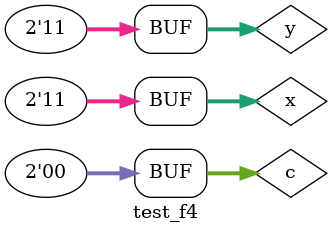
<source format=v>

module xnorgate(output [1:0] s, input [1:0] a, input [1:0] b);

	assign s = ~(a^b);

endmodule
module notgate (output [1:0] s, input [1:0] a);

       assign s = ~a;

endmodule

module andgate(output [1:0] s,
                    input  [1:0] a,
                    input  [1:0] b);
	assign s = a & b;
endmodule //andgate

module orgate(output [1:0] s,
                    input  [1:0] a,
                    input  [1:0] b);
	assign s = a | b;
endmodule //orgate

module xorgate(output [1:0] s,
                    input  [1:0] a,
                    input  [1:0] b);
	assign s = a^b;

endmodule //xorgate

module test_f4;
// ------------------------- definir dados
	reg [1:0] x;
	reg [1:0] y;
	reg [1:0] c;
	wire [1:0] s1;
	wire [1:0] s2;
	wire [1:0] s3;
	wire [1:0] s4;
	wire [1:0] s5;
	wire [1:0] s;
	
	xorgate XOR1(s3,x,y);
	xnorgate XNOR1(s4,x,y);
	andgate AND1(s1,s3,c);
	notgate NOT1(s5,c);
	andgate AND2(s2,s4,s5);
	orgate OR1(s,s1,s2);

	
// ------------------------- parte principal
   initial begin
      $display("Exemplo0036 - Andre Henriques Fernandes - 427386");
      $display("Test LU's module");
		x = 2'b00;      y = 2'b00;  c = 2'b00;
   	
		// projetar testes do modulo
		
		$monitor("%4b %4b %4b = %4b",c,x,y,s);
		#1 x = 2'b00; y = 2'b00; c = 2'b01;
		#1 x = 2'b00; y = 2'b11; c = 2'b11;
		#1 x = 2'b11; y = 2'b00; c = 2'b10;
		#1 x = 2'b11; y = 2'b11; c = 2'b00;
end
endmodule // test_f4
</source>
